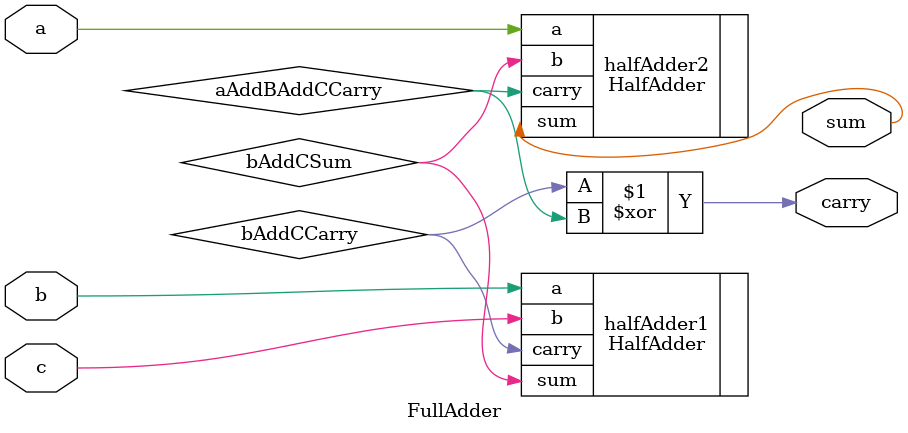
<source format=v>
`include "HalfAdder.v"

module FullAdder (
    input a, b, c,
    output sum, carry
);

    wire bAddCSum, bAddCCarry;
    wire aAddBAddCCarry;

    HalfAdder halfAdder1 (.a(b), .b(c), .sum(bAddCSum), .carry(bAddCCarry));
    HalfAdder halfAdder2 (.a(a), .b(bAddCSum), .sum(sum), .carry(aAddBAddCCarry));

    assign carry = bAddCCarry ^ aAddBAddCCarry;
endmodule
</source>
